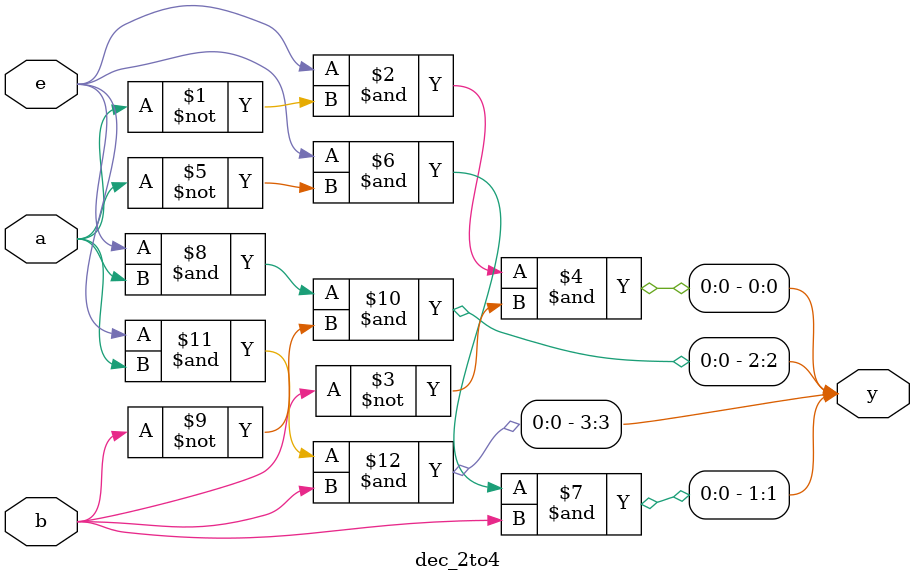
<source format=v>
module dec_2to4(a, b, e, y);

    input a, b, e;
    output [3:0] y;

    assign y[0] = e & ~a & ~b;
    assign y[1] = e & ~a & b;
    assign y[2] = e & a & ~b;
    assign y[3] = e & a & b;

endmodule

</source>
